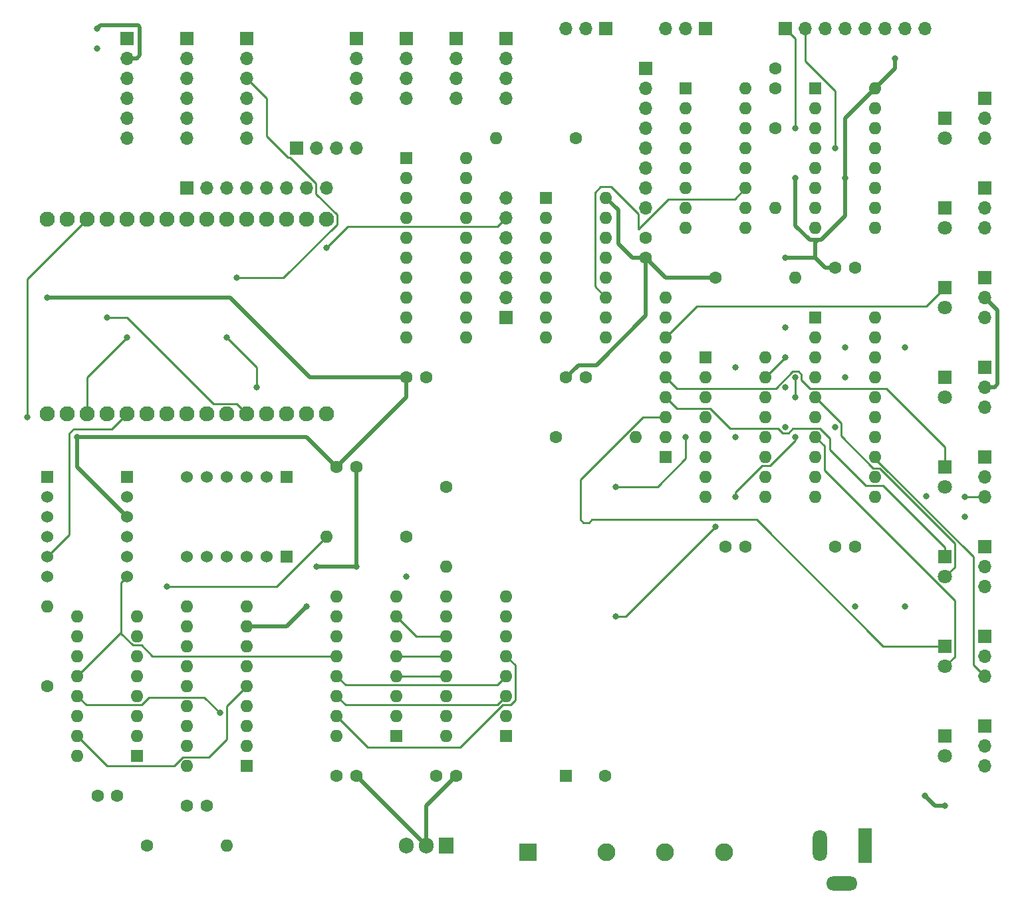
<source format=gbr>
%TF.GenerationSoftware,KiCad,Pcbnew,5.1.12-84ad8e8a86~92~ubuntu20.04.1*%
%TF.CreationDate,2021-11-23T15:55:34+01:00*%
%TF.ProjectId,ESP32wShiftRegisters,45535033-3277-4536-9869-667452656769,rev?*%
%TF.SameCoordinates,Original*%
%TF.FileFunction,Copper,L4,Bot*%
%TF.FilePolarity,Positive*%
%FSLAX46Y46*%
G04 Gerber Fmt 4.6, Leading zero omitted, Abs format (unit mm)*
G04 Created by KiCad (PCBNEW 5.1.12-84ad8e8a86~92~ubuntu20.04.1) date 2021-11-23 15:55:34*
%MOMM*%
%LPD*%
G01*
G04 APERTURE LIST*
%TA.AperFunction,ComponentPad*%
%ADD10R,1.800000X4.400000*%
%TD*%
%TA.AperFunction,ComponentPad*%
%ADD11O,1.800000X4.000000*%
%TD*%
%TA.AperFunction,ComponentPad*%
%ADD12O,4.000000X1.800000*%
%TD*%
%TA.AperFunction,ComponentPad*%
%ADD13O,1.600000X1.600000*%
%TD*%
%TA.AperFunction,ComponentPad*%
%ADD14R,1.600000X1.600000*%
%TD*%
%TA.AperFunction,ComponentPad*%
%ADD15C,1.800000*%
%TD*%
%TA.AperFunction,ComponentPad*%
%ADD16R,1.800000X1.800000*%
%TD*%
%TA.AperFunction,ComponentPad*%
%ADD17O,1.905000X2.000000*%
%TD*%
%TA.AperFunction,ComponentPad*%
%ADD18R,1.905000X2.000000*%
%TD*%
%TA.AperFunction,ComponentPad*%
%ADD19C,1.524000*%
%TD*%
%TA.AperFunction,ComponentPad*%
%ADD20R,1.524000X1.524000*%
%TD*%
%TA.AperFunction,ComponentPad*%
%ADD21C,1.930400*%
%TD*%
%TA.AperFunction,ComponentPad*%
%ADD22C,1.600000*%
%TD*%
%TA.AperFunction,ComponentPad*%
%ADD23O,1.700000X1.700000*%
%TD*%
%TA.AperFunction,ComponentPad*%
%ADD24R,1.700000X1.700000*%
%TD*%
%TA.AperFunction,ComponentPad*%
%ADD25C,2.270000*%
%TD*%
%TA.AperFunction,ComponentPad*%
%ADD26R,2.270000X2.270000*%
%TD*%
%TA.AperFunction,ViaPad*%
%ADD27C,0.800000*%
%TD*%
%TA.AperFunction,Conductor*%
%ADD28C,0.500000*%
%TD*%
%TA.AperFunction,Conductor*%
%ADD29C,0.250000*%
%TD*%
G04 APERTURE END LIST*
D10*
%TO.P,J23,1*%
%TO.N,Net-(D9-Pad3)*%
X120650000Y-121920000D03*
D11*
%TO.P,J23,2*%
%TO.N,Net-(D9-Pad2)*%
X114850000Y-121920000D03*
D12*
%TO.P,J23,3*%
%TO.N,N/C*%
X117650000Y-126720000D03*
%TD*%
D13*
%TO.P,RN1,9*%
%TO.N,Net-(D1-Pad1)*%
X95250000Y-52070000D03*
%TO.P,RN1,8*%
%TO.N,Net-(D2-Pad1)*%
X95250000Y-54610000D03*
%TO.P,RN1,7*%
%TO.N,Net-(D3-Pad1)*%
X95250000Y-57150000D03*
%TO.P,RN1,6*%
%TO.N,Net-(D4-Pad1)*%
X95250000Y-59690000D03*
%TO.P,RN1,5*%
%TO.N,Net-(D5-Pad1)*%
X95250000Y-62230000D03*
%TO.P,RN1,4*%
%TO.N,Net-(D6-Pad1)*%
X95250000Y-64770000D03*
%TO.P,RN1,3*%
%TO.N,Net-(D7-Pad1)*%
X95250000Y-67310000D03*
%TO.P,RN1,2*%
%TO.N,Net-(D8-Pad1)*%
X95250000Y-69850000D03*
D14*
%TO.P,RN1,1*%
%TO.N,GND*%
X95250000Y-72390000D03*
%TD*%
D15*
%TO.P,D8,2*%
%TO.N,OUT_LED8*%
X130810000Y-110490000D03*
D16*
%TO.P,D8,1*%
%TO.N,Net-(D8-Pad1)*%
X130810000Y-107950000D03*
%TD*%
D15*
%TO.P,D7,2*%
%TO.N,OUT_LED7*%
X130810000Y-99060000D03*
D16*
%TO.P,D7,1*%
%TO.N,Net-(D7-Pad1)*%
X130810000Y-96520000D03*
%TD*%
D15*
%TO.P,D6,2*%
%TO.N,OUT_LED6*%
X130810000Y-87630000D03*
D16*
%TO.P,D6,1*%
%TO.N,Net-(D6-Pad1)*%
X130810000Y-85090000D03*
%TD*%
D15*
%TO.P,D5,2*%
%TO.N,OUT_LED5*%
X130810000Y-76200000D03*
D16*
%TO.P,D5,1*%
%TO.N,Net-(D5-Pad1)*%
X130810000Y-73660000D03*
%TD*%
D15*
%TO.P,D4,2*%
%TO.N,OUT_LED4*%
X130810000Y-64770000D03*
D16*
%TO.P,D4,1*%
%TO.N,Net-(D4-Pad1)*%
X130810000Y-62230000D03*
%TD*%
D15*
%TO.P,D3,2*%
%TO.N,OUT_LED3*%
X130810000Y-53340000D03*
D16*
%TO.P,D3,1*%
%TO.N,Net-(D3-Pad1)*%
X130810000Y-50800000D03*
%TD*%
D15*
%TO.P,D2,2*%
%TO.N,OUT_LED2*%
X130810000Y-43180000D03*
D16*
%TO.P,D2,1*%
%TO.N,Net-(D2-Pad1)*%
X130810000Y-40640000D03*
%TD*%
D15*
%TO.P,D1,2*%
%TO.N,OUT_LED1*%
X130810000Y-31750000D03*
D16*
%TO.P,D1,1*%
%TO.N,Net-(D1-Pad1)*%
X130810000Y-29210000D03*
%TD*%
D17*
%TO.P,U14,3*%
%TO.N,5V*%
X62230000Y-121920000D03*
%TO.P,U14,2*%
%TO.N,GND*%
X64770000Y-121920000D03*
D18*
%TO.P,U14,1*%
%TO.N,Net-(D9-Pad1)*%
X67310000Y-121920000D03*
%TD*%
D13*
%TO.P,U13,16*%
%TO.N,5V*%
X67310000Y-107950000D03*
%TO.P,U13,8*%
%TO.N,GND*%
X74930000Y-90170000D03*
%TO.P,U13,15*%
%TO.N,P2S_CE*%
X67310000Y-105410000D03*
%TO.P,U13,7*%
%TO.N,P2S_CASC1*%
X74930000Y-92710000D03*
%TO.P,U13,14*%
%TO.N,Net-(U13-Pad14)*%
X67310000Y-102870000D03*
%TO.P,U13,6*%
%TO.N,Net-(U13-Pad6)*%
X74930000Y-95250000D03*
%TO.P,U13,13*%
%TO.N,Net-(U13-Pad13)*%
X67310000Y-100330000D03*
%TO.P,U13,5*%
%TO.N,Net-(U13-Pad5)*%
X74930000Y-97790000D03*
%TO.P,U13,12*%
%TO.N,Net-(U13-Pad12)*%
X67310000Y-97790000D03*
%TO.P,U13,4*%
%TO.N,Net-(U13-Pad4)*%
X74930000Y-100330000D03*
%TO.P,U13,11*%
%TO.N,Net-(U13-Pad11)*%
X67310000Y-95250000D03*
%TO.P,U13,3*%
%TO.N,Net-(U13-Pad3)*%
X74930000Y-102870000D03*
%TO.P,U13,10*%
%TO.N,P2S_CASC2*%
X67310000Y-92710000D03*
%TO.P,U13,2*%
%TO.N,P2S_SCK*%
X74930000Y-105410000D03*
%TO.P,U13,9*%
%TO.N,N/C*%
X67310000Y-90170000D03*
D14*
%TO.P,U13,1*%
%TO.N,P2S_SHLD*%
X74930000Y-107950000D03*
%TD*%
D13*
%TO.P,U12,18*%
%TO.N,N/C*%
X34290000Y-111760000D03*
%TO.P,U12,9*%
X41910000Y-91440000D03*
%TO.P,U12,17*%
X34290000Y-109220000D03*
%TO.P,U12,8*%
%TO.N,GND*%
X41910000Y-93980000D03*
%TO.P,U12,16*%
%TO.N,5V*%
X34290000Y-106680000D03*
%TO.P,U12,7*%
%TO.N,P2S_CASC2*%
X41910000Y-96520000D03*
%TO.P,U12,15*%
%TO.N,P2S_CE*%
X34290000Y-104140000D03*
%TO.P,U12,6*%
%TO.N,Net-(U10-Pad1)*%
X41910000Y-99060000D03*
%TO.P,U12,14*%
%TO.N,Net-(U10-Pad6)*%
X34290000Y-101600000D03*
%TO.P,U12,5*%
%TO.N,Net-(U10-Pad15)*%
X41910000Y-101600000D03*
%TO.P,U12,13*%
%TO.N,Net-(U10-Pad4)*%
X34290000Y-99060000D03*
%TO.P,U12,4*%
%TO.N,Net-(U10-Pad13)*%
X41910000Y-104140000D03*
%TO.P,U12,12*%
%TO.N,Net-(U10-Pad5)*%
X34290000Y-96520000D03*
%TO.P,U12,3*%
%TO.N,Net-(U10-Pad14)*%
X41910000Y-106680000D03*
%TO.P,U12,11*%
%TO.N,Net-(U10-Pad7)*%
X34290000Y-93980000D03*
%TO.P,U12,2*%
%TO.N,P2S_SCK*%
X41910000Y-109220000D03*
%TO.P,U12,10*%
%TO.N,P2S_CASC3*%
X34290000Y-91440000D03*
D14*
%TO.P,U12,1*%
%TO.N,P2S_SHLD*%
X41910000Y-111760000D03*
%TD*%
D13*
%TO.P,U11,16*%
%TO.N,5V*%
X121920000Y-25400000D03*
%TO.P,U11,8*%
%TO.N,GND*%
X114300000Y-43180000D03*
%TO.P,U11,15*%
%TO.N,P2S_CE*%
X121920000Y-27940000D03*
%TO.P,U11,7*%
%TO.N,P2S_CASC3*%
X114300000Y-40640000D03*
%TO.P,U11,14*%
%TO.N,Net-(J3-Pad5)*%
X121920000Y-30480000D03*
%TO.P,U11,6*%
%TO.N,Net-(J3-Pad1)*%
X114300000Y-38100000D03*
%TO.P,U11,13*%
%TO.N,Net-(J3-Pad6)*%
X121920000Y-33020000D03*
%TO.P,U11,5*%
%TO.N,Net-(J3-Pad2)*%
X114300000Y-35560000D03*
%TO.P,U11,12*%
%TO.N,Net-(J3-Pad7)*%
X121920000Y-35560000D03*
%TO.P,U11,4*%
%TO.N,Net-(J3-Pad3)*%
X114300000Y-33020000D03*
%TO.P,U11,11*%
%TO.N,Net-(J3-Pad8)*%
X121920000Y-38100000D03*
%TO.P,U11,3*%
%TO.N,Net-(J3-Pad4)*%
X114300000Y-30480000D03*
%TO.P,U11,10*%
%TO.N,N/C*%
X121920000Y-40640000D03*
%TO.P,U11,2*%
%TO.N,P2S_SCK*%
X114300000Y-27940000D03*
%TO.P,U11,9*%
%TO.N,N/C*%
X121920000Y-43180000D03*
D14*
%TO.P,U11,1*%
%TO.N,P2S_SHLD*%
X114300000Y-25400000D03*
%TD*%
D13*
%TO.P,U10,16*%
%TO.N,5V*%
X20320000Y-110490000D03*
%TO.P,U10,8*%
%TO.N,GND*%
X27940000Y-92710000D03*
%TO.P,U10,15*%
%TO.N,Net-(U10-Pad15)*%
X20320000Y-107950000D03*
%TO.P,U10,7*%
%TO.N,Net-(U10-Pad7)*%
X27940000Y-95250000D03*
%TO.P,U10,14*%
%TO.N,Net-(U10-Pad14)*%
X20320000Y-105410000D03*
%TO.P,U10,6*%
%TO.N,Net-(U10-Pad6)*%
X27940000Y-97790000D03*
%TO.P,U10,13*%
%TO.N,Net-(U10-Pad13)*%
X20320000Y-102870000D03*
%TO.P,U10,5*%
%TO.N,Net-(U10-Pad5)*%
X27940000Y-100330000D03*
%TO.P,U10,12*%
%TO.N,CNT_RESET*%
X20320000Y-100330000D03*
%TO.P,U10,4*%
%TO.N,Net-(U10-Pad4)*%
X27940000Y-102870000D03*
%TO.P,U10,11*%
%TO.N,Net-(R7-Pad2)*%
X20320000Y-97790000D03*
%TO.P,U10,3*%
%TO.N,N/C*%
X27940000Y-105410000D03*
%TO.P,U10,10*%
X20320000Y-95250000D03*
%TO.P,U10,2*%
X27940000Y-107950000D03*
%TO.P,U10,9*%
%TO.N,Net-(R5-Pad2)*%
X20320000Y-92710000D03*
D14*
%TO.P,U10,1*%
%TO.N,Net-(U10-Pad1)*%
X27940000Y-110490000D03*
%TD*%
D13*
%TO.P,U9,16*%
%TO.N,5V*%
X53340000Y-107950000D03*
%TO.P,U9,8*%
%TO.N,GND*%
X60960000Y-90170000D03*
%TO.P,U9,15*%
%TO.N,Net-(U13-Pad5)*%
X53340000Y-105410000D03*
%TO.P,U9,7*%
%TO.N,Net-(U13-Pad11)*%
X60960000Y-92710000D03*
%TO.P,U9,14*%
%TO.N,Net-(U13-Pad3)*%
X53340000Y-102870000D03*
%TO.P,U9,6*%
%TO.N,Net-(U13-Pad14)*%
X60960000Y-95250000D03*
%TO.P,U9,13*%
%TO.N,Net-(U13-Pad4)*%
X53340000Y-100330000D03*
%TO.P,U9,5*%
%TO.N,Net-(U13-Pad12)*%
X60960000Y-97790000D03*
%TO.P,U9,12*%
%TO.N,CNT_RESET*%
X53340000Y-97790000D03*
%TO.P,U9,4*%
%TO.N,Net-(U13-Pad13)*%
X60960000Y-100330000D03*
%TO.P,U9,11*%
%TO.N,Net-(R8-Pad2)*%
X53340000Y-95250000D03*
%TO.P,U9,3*%
%TO.N,N/C*%
X60960000Y-102870000D03*
%TO.P,U9,10*%
X53340000Y-92710000D03*
%TO.P,U9,2*%
X60960000Y-105410000D03*
%TO.P,U9,9*%
%TO.N,Net-(R6-Pad2)*%
X53340000Y-90170000D03*
D14*
%TO.P,U9,1*%
%TO.N,Net-(U13-Pad6)*%
X60960000Y-107950000D03*
%TD*%
D13*
%TO.P,U8,16*%
%TO.N,5V*%
X107950000Y-59690000D03*
%TO.P,U8,8*%
%TO.N,GND*%
X100330000Y-77470000D03*
%TO.P,U8,15*%
%TO.N,P2S_CE*%
X107950000Y-62230000D03*
%TO.P,U8,7*%
%TO.N,P2S_SDA*%
X100330000Y-74930000D03*
%TO.P,U8,14*%
%TO.N,D3*%
X107950000Y-64770000D03*
%TO.P,U8,6*%
%TO.N,D7*%
X100330000Y-72390000D03*
%TO.P,U8,13*%
%TO.N,D2*%
X107950000Y-67310000D03*
%TO.P,U8,5*%
%TO.N,D6*%
X100330000Y-69850000D03*
%TO.P,U8,12*%
%TO.N,D1*%
X107950000Y-69850000D03*
%TO.P,U8,4*%
%TO.N,D5*%
X100330000Y-67310000D03*
%TO.P,U8,11*%
%TO.N,D0*%
X107950000Y-72390000D03*
%TO.P,U8,3*%
%TO.N,D4*%
X100330000Y-64770000D03*
%TO.P,U8,10*%
%TO.N,P2S_CASC1*%
X107950000Y-74930000D03*
%TO.P,U8,2*%
%TO.N,P2S_SCK*%
X100330000Y-62230000D03*
%TO.P,U8,9*%
%TO.N,N/C*%
X107950000Y-77470000D03*
D14*
%TO.P,U8,1*%
%TO.N,P2S_SHLD*%
X100330000Y-59690000D03*
%TD*%
D19*
%TO.P,U7,HV4*%
%TO.N,CNT_RESET*%
X26670000Y-87630000D03*
%TO.P,U7,HV3*%
%TO.N,S2P_SDA*%
X26670000Y-85090000D03*
%TO.P,U7,GND_1*%
%TO.N,GND*%
X26670000Y-82550000D03*
%TO.P,U7,HV*%
%TO.N,5V*%
X26670000Y-80010000D03*
%TO.P,U7,HV2*%
%TO.N,S2P_SCL*%
X26670000Y-77470000D03*
D20*
%TO.P,U7,HV1*%
%TO.N,S2P_LATCH*%
X26670000Y-74930000D03*
D19*
%TO.P,U7,LV4*%
%TO.N,3VCNT_RESET*%
X16510000Y-87630000D03*
%TO.P,U7,LV3*%
%TO.N,3VS2P_SDA*%
X16510000Y-85090000D03*
%TO.P,U7,GND_2*%
%TO.N,GND*%
X16510000Y-82550000D03*
%TO.P,U7,LV*%
%TO.N,+3V*%
X16510000Y-80010000D03*
%TO.P,U7,LV2*%
%TO.N,3VS2P_SCL*%
X16510000Y-77470000D03*
D20*
%TO.P,U7,LV1*%
%TO.N,3VS2P_LATCH*%
X16510000Y-74930000D03*
%TD*%
D19*
%TO.P,U6,HV4*%
%TO.N,P2S_CE*%
X34290000Y-85090000D03*
%TO.P,U6,HV3*%
%TO.N,P2S_SHLD*%
X36830000Y-85090000D03*
%TO.P,U6,GND_1*%
%TO.N,GND*%
X39370000Y-85090000D03*
%TO.P,U6,HV*%
%TO.N,5V*%
X41910000Y-85090000D03*
%TO.P,U6,HV2*%
%TO.N,P2S_SCK*%
X44450000Y-85090000D03*
D20*
%TO.P,U6,HV1*%
%TO.N,P2S_SDA*%
X46990000Y-85090000D03*
D19*
%TO.P,U6,LV4*%
%TO.N,3VP2S_CE*%
X34290000Y-74930000D03*
%TO.P,U6,LV3*%
%TO.N,3VP2S_SHLD*%
X36830000Y-74930000D03*
%TO.P,U6,GND_2*%
%TO.N,GND*%
X39370000Y-74930000D03*
%TO.P,U6,LV*%
%TO.N,+3V*%
X41910000Y-74930000D03*
%TO.P,U6,LV2*%
%TO.N,3VP2S_SCK*%
X44450000Y-74930000D03*
D20*
%TO.P,U6,LV1*%
%TO.N,3VP2S_SDA*%
X46990000Y-74930000D03*
%TD*%
D21*
%TO.P,U5,16*%
%TO.N,EN*%
X52060000Y-42110000D03*
%TO.P,U5,17*%
%TO.N,VP*%
X49520000Y-42110000D03*
%TO.P,U5,18*%
%TO.N,VN*%
X46980000Y-42110000D03*
%TO.P,U5,19*%
%TO.N,IO34*%
X44440000Y-42110000D03*
%TO.P,U5,20*%
%TO.N,IO35*%
X41900000Y-42110000D03*
%TO.P,U5,21*%
%TO.N,IO32*%
X39360000Y-42110000D03*
%TO.P,U5,22*%
%TO.N,IO33*%
X36820000Y-42110000D03*
%TO.P,U5,23*%
%TO.N,IO25*%
X34280000Y-42110000D03*
%TO.P,U5,24*%
%TO.N,XSHUT3*%
X31740000Y-42110000D03*
%TO.P,U5,25*%
%TO.N,XSHUT2*%
X29200000Y-42110000D03*
%TO.P,U5,26*%
%TO.N,XSHUT1*%
X26660000Y-42110000D03*
%TO.P,U5,27*%
%TO.N,N/C*%
X24120000Y-42110000D03*
%TO.P,U5,28*%
%TO.N,3VCNT_RESET*%
X21580000Y-42110000D03*
%TO.P,U5,29*%
%TO.N,GND*%
X19040000Y-42110000D03*
%TO.P,U5,30*%
%TO.N,5V*%
X16500000Y-42110000D03*
%TO.P,U5,15*%
%TO.N,3VP2S_SDA*%
X52060000Y-66880000D03*
%TO.P,U5,14*%
%TO.N,I2C_SCL*%
X49520000Y-66880000D03*
%TO.P,U5,13*%
%TO.N,N/C*%
X46980000Y-66880000D03*
%TO.P,U5,12*%
%TO.N,3VP2S_SCK*%
X44440000Y-66880000D03*
%TO.P,U5,11*%
%TO.N,I2C_SDA*%
X41900000Y-66880000D03*
%TO.P,U5,10*%
%TO.N,3VP2S_SHLD*%
X39360000Y-66880000D03*
%TO.P,U5,9*%
%TO.N,3VP2S_CE*%
X36820000Y-66880000D03*
%TO.P,U5,8*%
%TO.N,M_PWMB*%
X34280000Y-66880000D03*
%TO.P,U5,7*%
%TO.N,3VS2P_SCL*%
X31740000Y-66880000D03*
%TO.P,U5,6*%
%TO.N,3VS2P_LATCH*%
X29200000Y-66880000D03*
%TO.P,U5,5*%
%TO.N,3VS2P_SDA*%
X26660000Y-66880000D03*
%TO.P,U5,4*%
%TO.N,N/C*%
X24120000Y-66880000D03*
%TO.P,U5,3*%
%TO.N,M_PWMA*%
X21580000Y-66880000D03*
%TO.P,U5,2*%
%TO.N,GND*%
X19040000Y-66880000D03*
%TO.P,U5,1*%
%TO.N,+3V*%
X16500000Y-66880000D03*
%TD*%
D13*
%TO.P,U4,20*%
%TO.N,5V*%
X69850000Y-34290000D03*
%TO.P,U4,10*%
%TO.N,GND*%
X62230000Y-57150000D03*
%TO.P,U4,19*%
%TO.N,Net-(R4-Pad2)*%
X69850000Y-36830000D03*
%TO.P,U4,9*%
%TO.N,Net-(J2-Pad1)*%
X62230000Y-54610000D03*
%TO.P,U4,18*%
%TO.N,IN1*%
X69850000Y-39370000D03*
%TO.P,U4,8*%
%TO.N,595_OUT3*%
X62230000Y-52070000D03*
%TO.P,U4,17*%
%TO.N,595_OUT4*%
X69850000Y-41910000D03*
%TO.P,U4,7*%
%TO.N,Net-(J2-Pad2)*%
X62230000Y-49530000D03*
%TO.P,U4,16*%
%TO.N,IN2*%
X69850000Y-44450000D03*
%TO.P,U4,6*%
%TO.N,595_OUT2*%
X62230000Y-46990000D03*
%TO.P,U4,15*%
%TO.N,595_OUT5*%
X69850000Y-46990000D03*
%TO.P,U4,5*%
%TO.N,Net-(J2-Pad3)*%
X62230000Y-44450000D03*
%TO.P,U4,14*%
%TO.N,IN3*%
X69850000Y-49530000D03*
%TO.P,U4,4*%
%TO.N,595_OUT1*%
X62230000Y-41910000D03*
%TO.P,U4,13*%
%TO.N,595_OUT6*%
X69850000Y-52070000D03*
%TO.P,U4,3*%
%TO.N,Net-(J2-Pad4)*%
X62230000Y-39370000D03*
%TO.P,U4,12*%
%TO.N,IN4*%
X69850000Y-54610000D03*
%TO.P,U4,2*%
%TO.N,595_OUT0*%
X62230000Y-36830000D03*
%TO.P,U4,11*%
%TO.N,595_OUT7*%
X69850000Y-57150000D03*
D14*
%TO.P,U4,1*%
%TO.N,Net-(R4-Pad2)*%
X62230000Y-34290000D03*
%TD*%
D13*
%TO.P,U3,20*%
%TO.N,5V*%
X121920000Y-54610000D03*
%TO.P,U3,10*%
%TO.N,GND*%
X114300000Y-77470000D03*
%TO.P,U3,19*%
%TO.N,Net-(R1-Pad2)*%
X121920000Y-57150000D03*
%TO.P,U3,9*%
%TO.N,OUT_LED8*%
X114300000Y-74930000D03*
%TO.P,U3,18*%
%TO.N,OUT_LED1*%
X121920000Y-59690000D03*
%TO.P,U3,8*%
%TO.N,D3*%
X114300000Y-72390000D03*
%TO.P,U3,17*%
%TO.N,D4*%
X121920000Y-62230000D03*
%TO.P,U3,7*%
%TO.N,OUT_LED7*%
X114300000Y-69850000D03*
%TO.P,U3,16*%
%TO.N,OUT_LED2*%
X121920000Y-64770000D03*
%TO.P,U3,6*%
%TO.N,D2*%
X114300000Y-67310000D03*
%TO.P,U3,15*%
%TO.N,D5*%
X121920000Y-67310000D03*
%TO.P,U3,5*%
%TO.N,OUT_LED6*%
X114300000Y-64770000D03*
%TO.P,U3,14*%
%TO.N,OUT_LED3*%
X121920000Y-69850000D03*
%TO.P,U3,4*%
%TO.N,D1*%
X114300000Y-62230000D03*
%TO.P,U3,13*%
%TO.N,D6*%
X121920000Y-72390000D03*
%TO.P,U3,3*%
%TO.N,OUT_LED5*%
X114300000Y-59690000D03*
%TO.P,U3,12*%
%TO.N,OUT_LED4*%
X121920000Y-74930000D03*
%TO.P,U3,2*%
%TO.N,D0*%
X114300000Y-57150000D03*
%TO.P,U3,11*%
%TO.N,D7*%
X121920000Y-77470000D03*
D14*
%TO.P,U3,1*%
%TO.N,Net-(R1-Pad2)*%
X114300000Y-54610000D03*
%TD*%
D13*
%TO.P,U2,16*%
%TO.N,5V*%
X87630000Y-39370000D03*
%TO.P,U2,8*%
%TO.N,GND*%
X80010000Y-57150000D03*
%TO.P,U2,15*%
%TO.N,595_OUT0*%
X87630000Y-41910000D03*
%TO.P,U2,7*%
%TO.N,595_OUT7*%
X80010000Y-54610000D03*
%TO.P,U2,14*%
%TO.N,S2P_SDA*%
X87630000Y-44450000D03*
%TO.P,U2,6*%
%TO.N,595_OUT6*%
X80010000Y-52070000D03*
%TO.P,U2,13*%
%TO.N,GND*%
X87630000Y-46990000D03*
%TO.P,U2,5*%
%TO.N,595_OUT5*%
X80010000Y-49530000D03*
%TO.P,U2,12*%
%TO.N,S2P_LATCH*%
X87630000Y-49530000D03*
%TO.P,U2,4*%
%TO.N,595_OUT4*%
X80010000Y-46990000D03*
%TO.P,U2,11*%
%TO.N,S2P_SCL*%
X87630000Y-52070000D03*
%TO.P,U2,3*%
%TO.N,595_OUT3*%
X80010000Y-44450000D03*
%TO.P,U2,10*%
%TO.N,Net-(R2-Pad2)*%
X87630000Y-54610000D03*
%TO.P,U2,2*%
%TO.N,595_OUT2*%
X80010000Y-41910000D03*
%TO.P,U2,9*%
%TO.N,Net-(U1-Pad14)*%
X87630000Y-57150000D03*
D14*
%TO.P,U2,1*%
%TO.N,595_OUT1*%
X80010000Y-39370000D03*
%TD*%
D13*
%TO.P,U1,16*%
%TO.N,5V*%
X105410000Y-25400000D03*
%TO.P,U1,8*%
%TO.N,GND*%
X97790000Y-43180000D03*
%TO.P,U1,15*%
%TO.N,Net-(J1-Pad1)*%
X105410000Y-27940000D03*
%TO.P,U1,7*%
%TO.N,Net-(J1-Pad8)*%
X97790000Y-40640000D03*
%TO.P,U1,14*%
%TO.N,Net-(U1-Pad14)*%
X105410000Y-30480000D03*
%TO.P,U1,6*%
%TO.N,Net-(J1-Pad7)*%
X97790000Y-38100000D03*
%TO.P,U1,13*%
%TO.N,GND*%
X105410000Y-33020000D03*
%TO.P,U1,5*%
%TO.N,Net-(J1-Pad6)*%
X97790000Y-35560000D03*
%TO.P,U1,12*%
%TO.N,S2P_LATCH*%
X105410000Y-35560000D03*
%TO.P,U1,4*%
%TO.N,Net-(J1-Pad5)*%
X97790000Y-33020000D03*
%TO.P,U1,11*%
%TO.N,S2P_SCL*%
X105410000Y-38100000D03*
%TO.P,U1,3*%
%TO.N,Net-(J1-Pad4)*%
X97790000Y-30480000D03*
%TO.P,U1,10*%
%TO.N,Net-(R3-Pad2)*%
X105410000Y-40640000D03*
%TO.P,U1,2*%
%TO.N,Net-(J1-Pad3)*%
X97790000Y-27940000D03*
%TO.P,U1,9*%
%TO.N,N/C*%
X105410000Y-43180000D03*
D14*
%TO.P,U1,1*%
%TO.N,Net-(J1-Pad2)*%
X97790000Y-25400000D03*
%TD*%
D13*
%TO.P,R8,2*%
%TO.N,Net-(R8-Pad2)*%
X67310000Y-86360000D03*
D22*
%TO.P,R8,1*%
%TO.N,CNT1_IN*%
X67310000Y-76200000D03*
%TD*%
D13*
%TO.P,R7,2*%
%TO.N,Net-(R7-Pad2)*%
X52070000Y-82550000D03*
D22*
%TO.P,R7,1*%
%TO.N,CNT1_IN*%
X62230000Y-82550000D03*
%TD*%
D13*
%TO.P,R6,2*%
%TO.N,Net-(R6-Pad2)*%
X39370000Y-121920000D03*
D22*
%TO.P,R6,1*%
%TO.N,5V*%
X29210000Y-121920000D03*
%TD*%
D13*
%TO.P,R5,2*%
%TO.N,Net-(R5-Pad2)*%
X16510000Y-91440000D03*
D22*
%TO.P,R5,1*%
%TO.N,5V*%
X16510000Y-101600000D03*
%TD*%
D13*
%TO.P,R4,2*%
%TO.N,Net-(R4-Pad2)*%
X73660000Y-31750000D03*
D22*
%TO.P,R4,1*%
%TO.N,5V*%
X83820000Y-31750000D03*
%TD*%
D13*
%TO.P,R3,2*%
%TO.N,Net-(R3-Pad2)*%
X109220000Y-40640000D03*
D22*
%TO.P,R3,1*%
%TO.N,5V*%
X109220000Y-30480000D03*
%TD*%
D13*
%TO.P,R2,2*%
%TO.N,Net-(R2-Pad2)*%
X91440000Y-69850000D03*
D22*
%TO.P,R2,1*%
%TO.N,5V*%
X81280000Y-69850000D03*
%TD*%
D13*
%TO.P,R1,2*%
%TO.N,Net-(R1-Pad2)*%
X111760000Y-49530000D03*
D22*
%TO.P,R1,1*%
%TO.N,5V*%
X101600000Y-49530000D03*
%TD*%
D23*
%TO.P,J22,3*%
%TO.N,CNT1_IN*%
X82550000Y-17780000D03*
%TO.P,J22,2*%
%TO.N,GND*%
X85090000Y-17780000D03*
D24*
%TO.P,J22,1*%
%TO.N,5V*%
X87630000Y-17780000D03*
%TD*%
D23*
%TO.P,J21,3*%
%TO.N,CNT1_IN*%
X95250000Y-17780000D03*
%TO.P,J21,2*%
%TO.N,GND*%
X97790000Y-17780000D03*
D24*
%TO.P,J21,1*%
%TO.N,5V*%
X100330000Y-17780000D03*
%TD*%
D23*
%TO.P,J20,3*%
%TO.N,D7*%
X135890000Y-111760000D03*
%TO.P,J20,2*%
%TO.N,GND*%
X135890000Y-109220000D03*
D24*
%TO.P,J20,1*%
%TO.N,5V*%
X135890000Y-106680000D03*
%TD*%
D23*
%TO.P,J19,4*%
%TO.N,I2C_SDA*%
X55880000Y-26670000D03*
%TO.P,J19,3*%
%TO.N,I2C_SCL*%
X55880000Y-24130000D03*
%TO.P,J19,2*%
%TO.N,GND*%
X55880000Y-21590000D03*
D24*
%TO.P,J19,1*%
%TO.N,+3V*%
X55880000Y-19050000D03*
%TD*%
D23*
%TO.P,J18,3*%
%TO.N,D6*%
X135890000Y-100330000D03*
%TO.P,J18,2*%
%TO.N,GND*%
X135890000Y-97790000D03*
D24*
%TO.P,J18,1*%
%TO.N,5V*%
X135890000Y-95250000D03*
%TD*%
D23*
%TO.P,J17,8*%
%TO.N,EN*%
X52070000Y-38100000D03*
%TO.P,J17,7*%
%TO.N,VP*%
X49530000Y-38100000D03*
%TO.P,J17,6*%
%TO.N,VN*%
X46990000Y-38100000D03*
%TO.P,J17,5*%
%TO.N,IO34*%
X44450000Y-38100000D03*
%TO.P,J17,4*%
%TO.N,IO35*%
X41910000Y-38100000D03*
%TO.P,J17,3*%
%TO.N,IO32*%
X39370000Y-38100000D03*
%TO.P,J17,2*%
%TO.N,IO33*%
X36830000Y-38100000D03*
D24*
%TO.P,J17,1*%
%TO.N,IO25*%
X34290000Y-38100000D03*
%TD*%
D23*
%TO.P,J16,6*%
%TO.N,XSHUT3*%
X41910000Y-31750000D03*
%TO.P,J16,5*%
%TO.N,N/C*%
X41910000Y-29210000D03*
%TO.P,J16,4*%
%TO.N,I2C_SDA*%
X41910000Y-26670000D03*
%TO.P,J16,3*%
%TO.N,I2C_SCL*%
X41910000Y-24130000D03*
%TO.P,J16,2*%
%TO.N,GND*%
X41910000Y-21590000D03*
D24*
%TO.P,J16,1*%
%TO.N,+3V*%
X41910000Y-19050000D03*
%TD*%
D23*
%TO.P,J15,7*%
%TO.N,GND*%
X74930000Y-39370000D03*
%TO.P,J15,6*%
%TO.N,M_PWMA*%
X74930000Y-41910000D03*
%TO.P,J15,5*%
%TO.N,IN1*%
X74930000Y-44450000D03*
%TO.P,J15,4*%
%TO.N,IN2*%
X74930000Y-46990000D03*
%TO.P,J15,3*%
%TO.N,IN3*%
X74930000Y-49530000D03*
%TO.P,J15,2*%
%TO.N,IN4*%
X74930000Y-52070000D03*
D24*
%TO.P,J15,1*%
%TO.N,M_PWMB*%
X74930000Y-54610000D03*
%TD*%
D23*
%TO.P,J14,4*%
%TO.N,I2C_SDA*%
X62230000Y-26670000D03*
%TO.P,J14,3*%
%TO.N,I2C_SCL*%
X62230000Y-24130000D03*
%TO.P,J14,2*%
%TO.N,GND*%
X62230000Y-21590000D03*
D24*
%TO.P,J14,1*%
%TO.N,+3V*%
X62230000Y-19050000D03*
%TD*%
D23*
%TO.P,J13,3*%
%TO.N,D5*%
X135890000Y-88900000D03*
%TO.P,J13,2*%
%TO.N,GND*%
X135890000Y-86360000D03*
D24*
%TO.P,J13,1*%
%TO.N,5V*%
X135890000Y-83820000D03*
%TD*%
D23*
%TO.P,J12,6*%
%TO.N,XSHUT2*%
X34290000Y-31750000D03*
%TO.P,J12,5*%
%TO.N,N/C*%
X34290000Y-29210000D03*
%TO.P,J12,4*%
%TO.N,I2C_SDA*%
X34290000Y-26670000D03*
%TO.P,J12,3*%
%TO.N,I2C_SCL*%
X34290000Y-24130000D03*
%TO.P,J12,2*%
%TO.N,GND*%
X34290000Y-21590000D03*
D24*
%TO.P,J12,1*%
%TO.N,+3V*%
X34290000Y-19050000D03*
%TD*%
D23*
%TO.P,J11,4*%
%TO.N,I2C_SDA*%
X74930000Y-26670000D03*
%TO.P,J11,3*%
%TO.N,I2C_SCL*%
X74930000Y-24130000D03*
%TO.P,J11,2*%
%TO.N,GND*%
X74930000Y-21590000D03*
D24*
%TO.P,J11,1*%
%TO.N,+3V*%
X74930000Y-19050000D03*
%TD*%
D23*
%TO.P,J10,3*%
%TO.N,D4*%
X135890000Y-77470000D03*
%TO.P,J10,2*%
%TO.N,GND*%
X135890000Y-74930000D03*
D24*
%TO.P,J10,1*%
%TO.N,5V*%
X135890000Y-72390000D03*
%TD*%
D23*
%TO.P,J9,3*%
%TO.N,D3*%
X135890000Y-66040000D03*
%TO.P,J9,2*%
%TO.N,GND*%
X135890000Y-63500000D03*
D24*
%TO.P,J9,1*%
%TO.N,5V*%
X135890000Y-60960000D03*
%TD*%
D23*
%TO.P,J8,6*%
%TO.N,XSHUT1*%
X26670000Y-31750000D03*
%TO.P,J8,5*%
%TO.N,N/C*%
X26670000Y-29210000D03*
%TO.P,J8,4*%
%TO.N,I2C_SDA*%
X26670000Y-26670000D03*
%TO.P,J8,3*%
%TO.N,I2C_SCL*%
X26670000Y-24130000D03*
%TO.P,J8,2*%
%TO.N,GND*%
X26670000Y-21590000D03*
D24*
%TO.P,J8,1*%
%TO.N,+3V*%
X26670000Y-19050000D03*
%TD*%
D23*
%TO.P,J7,4*%
%TO.N,I2C_SDA*%
X68580000Y-26670000D03*
%TO.P,J7,3*%
%TO.N,I2C_SCL*%
X68580000Y-24130000D03*
%TO.P,J7,2*%
%TO.N,GND*%
X68580000Y-21590000D03*
D24*
%TO.P,J7,1*%
%TO.N,+3V*%
X68580000Y-19050000D03*
%TD*%
D23*
%TO.P,J6,3*%
%TO.N,D2*%
X135890000Y-54610000D03*
%TO.P,J6,2*%
%TO.N,GND*%
X135890000Y-52070000D03*
D24*
%TO.P,J6,1*%
%TO.N,5V*%
X135890000Y-49530000D03*
%TD*%
D23*
%TO.P,J5,3*%
%TO.N,D1*%
X135890000Y-43180000D03*
%TO.P,J5,2*%
%TO.N,GND*%
X135890000Y-40640000D03*
D24*
%TO.P,J5,1*%
%TO.N,5V*%
X135890000Y-38100000D03*
%TD*%
D23*
%TO.P,J4,3*%
%TO.N,D0*%
X135890000Y-31750000D03*
%TO.P,J4,2*%
%TO.N,GND*%
X135890000Y-29210000D03*
D24*
%TO.P,J4,1*%
%TO.N,5V*%
X135890000Y-26670000D03*
%TD*%
D23*
%TO.P,J3,8*%
%TO.N,Net-(J3-Pad8)*%
X128270000Y-17780000D03*
%TO.P,J3,7*%
%TO.N,Net-(J3-Pad7)*%
X125730000Y-17780000D03*
%TO.P,J3,6*%
%TO.N,Net-(J3-Pad6)*%
X123190000Y-17780000D03*
%TO.P,J3,5*%
%TO.N,Net-(J3-Pad5)*%
X120650000Y-17780000D03*
%TO.P,J3,4*%
%TO.N,Net-(J3-Pad4)*%
X118110000Y-17780000D03*
%TO.P,J3,3*%
%TO.N,Net-(J3-Pad3)*%
X115570000Y-17780000D03*
%TO.P,J3,2*%
%TO.N,Net-(J3-Pad2)*%
X113030000Y-17780000D03*
D24*
%TO.P,J3,1*%
%TO.N,Net-(J3-Pad1)*%
X110490000Y-17780000D03*
%TD*%
D23*
%TO.P,J2,4*%
%TO.N,Net-(J2-Pad4)*%
X55880000Y-33020000D03*
%TO.P,J2,3*%
%TO.N,Net-(J2-Pad3)*%
X53340000Y-33020000D03*
%TO.P,J2,2*%
%TO.N,Net-(J2-Pad2)*%
X50800000Y-33020000D03*
D24*
%TO.P,J2,1*%
%TO.N,Net-(J2-Pad1)*%
X48260000Y-33020000D03*
%TD*%
D23*
%TO.P,J1,8*%
%TO.N,Net-(J1-Pad8)*%
X92710000Y-40640000D03*
%TO.P,J1,7*%
%TO.N,Net-(J1-Pad7)*%
X92710000Y-38100000D03*
%TO.P,J1,6*%
%TO.N,Net-(J1-Pad6)*%
X92710000Y-35560000D03*
%TO.P,J1,5*%
%TO.N,Net-(J1-Pad5)*%
X92710000Y-33020000D03*
%TO.P,J1,4*%
%TO.N,Net-(J1-Pad4)*%
X92710000Y-30480000D03*
%TO.P,J1,3*%
%TO.N,Net-(J1-Pad3)*%
X92710000Y-27940000D03*
%TO.P,J1,2*%
%TO.N,Net-(J1-Pad2)*%
X92710000Y-25400000D03*
D24*
%TO.P,J1,1*%
%TO.N,Net-(J1-Pad1)*%
X92710000Y-22860000D03*
%TD*%
D25*
%TO.P,D9,4*%
%TO.N,GND*%
X102670000Y-122770000D03*
%TO.P,D9,3*%
%TO.N,Net-(D9-Pad3)*%
X95170000Y-122770000D03*
%TO.P,D9,2*%
%TO.N,Net-(D9-Pad2)*%
X87670000Y-122770000D03*
D26*
%TO.P,D9,1*%
%TO.N,Net-(D9-Pad1)*%
X77670000Y-122770000D03*
%TD*%
D22*
%TO.P,C13,2*%
%TO.N,GND*%
X87550000Y-113030000D03*
D14*
%TO.P,C13,1*%
%TO.N,5V*%
X82550000Y-113030000D03*
%TD*%
D22*
%TO.P,C12,2*%
%TO.N,GND*%
X109220000Y-22860000D03*
%TO.P,C12,1*%
%TO.N,5V*%
X109220000Y-25360000D03*
%TD*%
%TO.P,C11,2*%
%TO.N,GND*%
X55840000Y-113030000D03*
%TO.P,C11,1*%
%TO.N,5V*%
X53340000Y-113030000D03*
%TD*%
%TO.P,C10,2*%
%TO.N,GND*%
X85050000Y-62230000D03*
%TO.P,C10,1*%
%TO.N,5V*%
X82550000Y-62230000D03*
%TD*%
%TO.P,C9,2*%
%TO.N,GND*%
X55840000Y-73660000D03*
%TO.P,C9,1*%
%TO.N,5V*%
X53340000Y-73660000D03*
%TD*%
%TO.P,C8,2*%
%TO.N,GND*%
X92710000Y-44490000D03*
%TO.P,C8,1*%
%TO.N,5V*%
X92710000Y-46990000D03*
%TD*%
%TO.P,C7,2*%
%TO.N,GND*%
X105370000Y-83820000D03*
%TO.P,C7,1*%
%TO.N,5V*%
X102870000Y-83820000D03*
%TD*%
%TO.P,C6,2*%
%TO.N,GND*%
X119340000Y-48260000D03*
%TO.P,C6,1*%
%TO.N,5V*%
X116840000Y-48260000D03*
%TD*%
%TO.P,C5,2*%
%TO.N,GND*%
X68540000Y-113030000D03*
%TO.P,C5,1*%
%TO.N,5V*%
X66040000Y-113030000D03*
%TD*%
%TO.P,C4,2*%
%TO.N,GND*%
X25400000Y-115570000D03*
%TO.P,C4,1*%
%TO.N,5V*%
X22900000Y-115570000D03*
%TD*%
%TO.P,C3,2*%
%TO.N,GND*%
X36790000Y-116840000D03*
%TO.P,C3,1*%
%TO.N,5V*%
X34290000Y-116840000D03*
%TD*%
%TO.P,C2,2*%
%TO.N,GND*%
X119340000Y-83820000D03*
%TO.P,C2,1*%
%TO.N,5V*%
X116840000Y-83820000D03*
%TD*%
%TO.P,C1,2*%
%TO.N,GND*%
X64730000Y-62230000D03*
%TO.P,C1,1*%
%TO.N,5V*%
X62230000Y-62230000D03*
%TD*%
D27*
%TO.N,GND*%
X130810000Y-116840000D03*
X128270000Y-115570000D03*
X22860000Y-20320000D03*
X22860000Y-17780000D03*
X62230000Y-87630000D03*
X55880000Y-86360000D03*
X50800000Y-86360000D03*
X49530000Y-91440000D03*
%TO.N,5V*%
X20320000Y-69850000D03*
X16510000Y-52070000D03*
X119380000Y-91440000D03*
X125730000Y-91440000D03*
X110490000Y-46990000D03*
X124460000Y-21590000D03*
X118110000Y-36830000D03*
X111760000Y-36830000D03*
%TO.N,Net-(J3-Pad2)*%
X116840000Y-33020000D03*
%TO.N,Net-(J3-Pad1)*%
X111760000Y-30480000D03*
%TO.N,D0*%
X104140000Y-60960000D03*
X104140000Y-69850000D03*
%TO.N,D1*%
X110490000Y-55880000D03*
X110490000Y-68580000D03*
X116840000Y-68580000D03*
%TO.N,D2*%
X125730000Y-58420000D03*
X118110000Y-62230000D03*
X118110000Y-58420000D03*
%TO.N,I2C_SDA*%
X24130000Y-54610000D03*
%TO.N,I2C_SCL*%
X43180000Y-63500000D03*
X39370000Y-57150000D03*
X40640000Y-49530000D03*
%TO.N,D3*%
X110490000Y-63500000D03*
%TO.N,D4*%
X133350000Y-77470000D03*
X128368499Y-77371501D03*
X133350000Y-80010000D03*
%TO.N,M_PWMA*%
X26670000Y-57150000D03*
X52070000Y-45720000D03*
%TO.N,Net-(R7-Pad2)*%
X31750000Y-88900000D03*
%TO.N,3VCNT_RESET*%
X13970000Y-67310000D03*
%TO.N,P2S_CE*%
X88900000Y-92710000D03*
X101600000Y-81280000D03*
X104140000Y-77470000D03*
X111760000Y-69850000D03*
X111760000Y-64770000D03*
X111760000Y-62230000D03*
X110490000Y-59690000D03*
%TO.N,P2S_SCK*%
X88900000Y-76200000D03*
X97790000Y-69850000D03*
%TO.N,Net-(U10-Pad13)*%
X38493366Y-105016635D03*
%TD*%
D28*
%TO.N,GND*%
X64730000Y-121920000D02*
X55840000Y-113030000D01*
X64770000Y-121920000D02*
X64730000Y-121920000D01*
X64770000Y-116800000D02*
X68540000Y-113030000D01*
X64770000Y-121920000D02*
X64770000Y-116800000D01*
X137092081Y-63500000D02*
X135890000Y-63500000D01*
X137490001Y-53670001D02*
X137490001Y-63102080D01*
X137490001Y-63102080D02*
X137092081Y-63500000D01*
X135890000Y-52070000D02*
X137490001Y-53670001D01*
X129540000Y-116840000D02*
X128270000Y-115570000D01*
X130810000Y-116840000D02*
X129540000Y-116840000D01*
X27872081Y-21590000D02*
X26670000Y-21590000D01*
X28270001Y-21192080D02*
X27872081Y-21590000D01*
X28270001Y-17599999D02*
X28270001Y-21192080D01*
X28050003Y-17380001D02*
X28270001Y-17599999D01*
X23259999Y-17380001D02*
X28050003Y-17380001D01*
X22860000Y-17780000D02*
X23259999Y-17380001D01*
X55880000Y-73700000D02*
X55840000Y-73660000D01*
X55880000Y-86360000D02*
X55880000Y-73700000D01*
X46990000Y-93980000D02*
X41910000Y-93980000D01*
X49530000Y-91440000D02*
X46990000Y-93980000D01*
X50800000Y-86360000D02*
X55880000Y-86360000D01*
%TO.N,5V*%
X20320000Y-73660000D02*
X20320000Y-69850000D01*
X26670000Y-80010000D02*
X20320000Y-73660000D01*
X49948498Y-62230000D02*
X62230000Y-62230000D01*
X39788498Y-52070000D02*
X49948498Y-62230000D01*
X16510000Y-52070000D02*
X39788498Y-52070000D01*
X62230000Y-64770000D02*
X53340000Y-73660000D01*
X62230000Y-62230000D02*
X62230000Y-64770000D01*
X49530000Y-69850000D02*
X20320000Y-69850000D01*
X53340000Y-73660000D02*
X49530000Y-69850000D01*
X92710000Y-54364002D02*
X92710000Y-46990000D01*
X86394003Y-60679999D02*
X92710000Y-54364002D01*
X84100001Y-60679999D02*
X86394003Y-60679999D01*
X82550000Y-62230000D02*
X84100001Y-60679999D01*
X95250000Y-49530000D02*
X92710000Y-46990000D01*
X101600000Y-49530000D02*
X95250000Y-49530000D01*
X89180001Y-40920001D02*
X87630000Y-39370000D01*
X89180001Y-45194001D02*
X89180001Y-40920001D01*
X90976000Y-46990000D02*
X89180001Y-45194001D01*
X92710000Y-46990000D02*
X90976000Y-46990000D01*
X124460000Y-22860000D02*
X121920000Y-25400000D01*
X124460000Y-21590000D02*
X124460000Y-22860000D01*
X118110000Y-29210000D02*
X118110000Y-36830000D01*
X121920000Y-25400000D02*
X118110000Y-29210000D01*
X113555999Y-44730001D02*
X111760000Y-42934002D01*
X118110000Y-41664002D02*
X115044001Y-44730001D01*
X118110000Y-36830000D02*
X118110000Y-41664002D01*
X111760000Y-42934002D02*
X111760000Y-36830000D01*
X116840000Y-48260000D02*
X115570000Y-48260000D01*
X114300000Y-46990000D02*
X110490000Y-46990000D01*
X115570000Y-48260000D02*
X114300000Y-46990000D01*
X114300000Y-45010002D02*
X114580001Y-44730001D01*
X114300000Y-46990000D02*
X114300000Y-45010002D01*
X114580001Y-44730001D02*
X113555999Y-44730001D01*
X115044001Y-44730001D02*
X114580001Y-44730001D01*
D29*
%TO.N,Net-(D3-Pad1)*%
X128425001Y-53184999D02*
X130810000Y-50800000D01*
X99215001Y-53184999D02*
X128425001Y-53184999D01*
X95250000Y-57150000D02*
X99215001Y-53184999D01*
%TO.N,Net-(D5-Pad1)*%
X96664999Y-63644999D02*
X109271997Y-63644999D01*
X113551999Y-63644999D02*
X123334999Y-63644999D01*
X123334999Y-63644999D02*
X130810000Y-71120000D01*
X109271997Y-63644999D02*
X111411998Y-61504998D01*
X111411998Y-61504998D02*
X112108002Y-61504998D01*
X112485002Y-61881998D02*
X112485002Y-62578002D01*
X112108002Y-61504998D02*
X112485002Y-61881998D01*
X112485002Y-62578002D02*
X113551999Y-63644999D01*
X95250000Y-62230000D02*
X96664999Y-63644999D01*
X130810000Y-71120000D02*
X130810000Y-73660000D01*
%TO.N,OUT_LED6*%
X117565001Y-69700003D02*
X117565001Y-68035001D01*
X132035001Y-86404999D02*
X132035001Y-83383827D01*
X130810000Y-87630000D02*
X132035001Y-86404999D01*
X121669997Y-73804999D02*
X117565001Y-69700003D01*
X122456173Y-73804999D02*
X121669997Y-73804999D01*
X132035001Y-83383827D02*
X122456173Y-73804999D01*
X117565001Y-68035001D02*
X114300000Y-64770000D01*
%TO.N,Net-(D6-Pad1)*%
X130810000Y-85090000D02*
X130810000Y-83940000D01*
X130810000Y-83940000D02*
X122925001Y-76055001D01*
X122925001Y-76055001D02*
X120701999Y-76055001D01*
X116114999Y-71468001D02*
X116114999Y-69999997D01*
X114840001Y-68724999D02*
X111418003Y-68724999D01*
X116114999Y-69999997D02*
X114840001Y-68724999D01*
X111418003Y-68724999D02*
X110838001Y-69305001D01*
X110141999Y-69305001D02*
X109561997Y-68724999D01*
X96664999Y-66184999D02*
X95250000Y-64770000D01*
X100870001Y-66184999D02*
X96664999Y-66184999D01*
X103410001Y-68724999D02*
X100870001Y-66184999D01*
X109561997Y-68724999D02*
X103410001Y-68724999D01*
X120701999Y-76055001D02*
X116114999Y-71468001D01*
X110838001Y-69305001D02*
X110141999Y-69305001D01*
%TO.N,OUT_LED7*%
X115425001Y-74058003D02*
X115425001Y-70975001D01*
X132035001Y-90668003D02*
X115425001Y-74058003D01*
X115425001Y-70975001D02*
X114300000Y-69850000D01*
X132035001Y-97834999D02*
X132035001Y-90668003D01*
X130810000Y-99060000D02*
X132035001Y-97834999D01*
%TO.N,Net-(D7-Pad1)*%
X84364998Y-75260000D02*
X92314998Y-67310000D01*
X92314998Y-67310000D02*
X95250000Y-67310000D01*
X84741998Y-80735002D02*
X84364998Y-80358002D01*
X84364998Y-80358002D02*
X84364998Y-75260000D01*
X85438002Y-80735002D02*
X84741998Y-80735002D01*
X122942998Y-96520000D02*
X106781000Y-80358002D01*
X130810000Y-96520000D02*
X122942998Y-96520000D01*
X85815002Y-80358002D02*
X85438002Y-80735002D01*
X106781000Y-80358002D02*
X85815002Y-80358002D01*
%TO.N,Net-(J3-Pad2)*%
X113030000Y-21944998D02*
X113030000Y-17780000D01*
X116840000Y-25754998D02*
X113030000Y-21944998D01*
X116840000Y-33020000D02*
X116840000Y-25754998D01*
%TO.N,Net-(J3-Pad1)*%
X111760000Y-19050000D02*
X110490000Y-17780000D01*
X111760000Y-30480000D02*
X111760000Y-19050000D01*
%TO.N,I2C_SDA*%
X40609799Y-65589799D02*
X37649799Y-65589799D01*
X41900000Y-66880000D02*
X40609799Y-65589799D01*
X26670000Y-54610000D02*
X24130000Y-54610000D01*
X37649799Y-65589799D02*
X26670000Y-54610000D01*
%TO.N,I2C_SCL*%
X43180000Y-60960000D02*
X39370000Y-57150000D01*
X43180000Y-63500000D02*
X43180000Y-60960000D01*
X47149999Y-34195001D02*
X44450000Y-31495002D01*
X50705001Y-37535999D02*
X47364003Y-34195001D01*
X47364003Y-34195001D02*
X47149999Y-34195001D01*
X50705001Y-38845503D02*
X50705001Y-37535999D01*
X53350201Y-41490703D02*
X50705001Y-38845503D01*
X53350201Y-42729297D02*
X53350201Y-41490703D01*
X46549498Y-49530000D02*
X53350201Y-42729297D01*
X40640000Y-49530000D02*
X46549498Y-49530000D01*
X44450000Y-26670000D02*
X41910000Y-24130000D01*
X44450000Y-31495002D02*
X44450000Y-26670000D01*
%TO.N,D4*%
X135890000Y-77470000D02*
X133350000Y-77470000D01*
%TO.N,M_PWMA*%
X21580000Y-62240000D02*
X26670000Y-57150000D01*
X21580000Y-66880000D02*
X21580000Y-62240000D01*
X73804999Y-43035001D02*
X74930000Y-41910000D01*
X54754999Y-43035001D02*
X73804999Y-43035001D01*
X52070000Y-45720000D02*
X54754999Y-43035001D01*
%TO.N,D6*%
X121920000Y-72632415D02*
X121920000Y-72390000D01*
X134414999Y-85127414D02*
X121920000Y-72632415D01*
X134414999Y-98854999D02*
X134414999Y-85127414D01*
X135890000Y-100330000D02*
X134414999Y-98854999D01*
%TO.N,Net-(R7-Pad2)*%
X45720000Y-88900000D02*
X52070000Y-82550000D01*
X31750000Y-88900000D02*
X45720000Y-88900000D01*
%TO.N,S2P_SCL*%
X105410000Y-38100000D02*
X103995001Y-39514999D01*
X103995001Y-39514999D02*
X95575999Y-39514999D01*
X95575999Y-39514999D02*
X91765999Y-43324999D01*
X91765999Y-41396997D02*
X88314001Y-37944999D01*
X91765999Y-43324999D02*
X91765999Y-41396997D01*
X88314001Y-37944999D02*
X86945999Y-37944999D01*
X86945999Y-37944999D02*
X86204999Y-38685999D01*
X86204999Y-38685999D02*
X86204999Y-50644999D01*
X86204999Y-50644999D02*
X87630000Y-52070000D01*
%TO.N,3VCNT_RESET*%
X13970000Y-49720000D02*
X21580000Y-42110000D01*
X13970000Y-67310000D02*
X13970000Y-49720000D01*
%TO.N,3VS2P_SDA*%
X19294998Y-69357998D02*
X19827998Y-68824998D01*
X19294998Y-82305002D02*
X19294998Y-69357998D01*
X19827998Y-68824998D02*
X24715002Y-68824998D01*
X16510000Y-85090000D02*
X19294998Y-82305002D01*
X24715002Y-68824998D02*
X26660000Y-66880000D01*
%TO.N,P2S_CE*%
X90170000Y-92710000D02*
X101600000Y-81280000D01*
X88900000Y-92710000D02*
X90170000Y-92710000D01*
X111760000Y-70245002D02*
X111760000Y-69850000D01*
X108490001Y-73515001D02*
X111760000Y-70245002D01*
X107529314Y-73515001D02*
X108490001Y-73515001D01*
X104140000Y-76904315D02*
X107529314Y-73515001D01*
X104140000Y-77470000D02*
X104140000Y-76904315D01*
X111760000Y-64770000D02*
X111760000Y-62230000D01*
X110490000Y-59690000D02*
X107950000Y-62230000D01*
%TO.N,P2S_SCK*%
X97790000Y-72575002D02*
X97790000Y-69850000D01*
X94165002Y-76200000D02*
X97790000Y-72575002D01*
X88900000Y-76200000D02*
X94165002Y-76200000D01*
%TO.N,CNT_RESET*%
X25908001Y-88391999D02*
X26670000Y-87630000D01*
X20320000Y-100330000D02*
X25908001Y-94741999D01*
X25908001Y-94883003D02*
X25908001Y-94488001D01*
X27399999Y-96375001D02*
X25908001Y-94883003D01*
X29895000Y-97790000D02*
X28480001Y-96375001D01*
X53340000Y-97790000D02*
X29895000Y-97790000D01*
X25908001Y-94488001D02*
X25908001Y-88391999D01*
X28480001Y-96375001D02*
X27399999Y-96375001D01*
X25908001Y-94741999D02*
X25908001Y-94488001D01*
%TO.N,Net-(U13-Pad5)*%
X53340000Y-105410000D02*
X57305001Y-109375001D01*
X57305001Y-109375001D02*
X69061409Y-109375001D01*
X69061409Y-109375001D02*
X74441409Y-103995001D01*
X74441409Y-103995001D02*
X75470001Y-103995001D01*
X75470001Y-103995001D02*
X76055001Y-103410001D01*
X76055001Y-103410001D02*
X76055001Y-98915001D01*
X76055001Y-98915001D02*
X74930000Y-97790000D01*
%TO.N,Net-(U13-Pad11)*%
X63500000Y-95250000D02*
X60960000Y-92710000D01*
X67310000Y-95250000D02*
X63500000Y-95250000D01*
%TO.N,Net-(U13-Pad3)*%
X73804999Y-103995001D02*
X74930000Y-102870000D01*
X53340000Y-102870000D02*
X54465001Y-103995001D01*
X54465001Y-103995001D02*
X73804999Y-103995001D01*
%TO.N,Net-(U13-Pad4)*%
X73804999Y-101455001D02*
X74930000Y-100330000D01*
X53340000Y-100330000D02*
X54465001Y-101455001D01*
X54465001Y-101455001D02*
X73804999Y-101455001D01*
%TO.N,Net-(U13-Pad12)*%
X60960000Y-97790000D02*
X67310000Y-97790000D01*
%TO.N,Net-(U13-Pad13)*%
X67310000Y-100330000D02*
X60960000Y-100330000D01*
%TO.N,Net-(U10-Pad15)*%
X41910000Y-101600000D02*
X39370000Y-104140000D01*
X33749999Y-110634999D02*
X32624998Y-111760000D01*
X37080003Y-110634999D02*
X33749999Y-110634999D01*
X39370000Y-108345002D02*
X37080003Y-110634999D01*
X39370000Y-104140000D02*
X39370000Y-108345002D01*
X24130000Y-111760000D02*
X20320000Y-107950000D01*
X32624998Y-111760000D02*
X24130000Y-111760000D01*
%TO.N,Net-(U10-Pad13)*%
X29460003Y-103014999D02*
X36491730Y-103014999D01*
X21445001Y-103995001D02*
X28480001Y-103995001D01*
X20320000Y-102870000D02*
X21445001Y-103995001D01*
X36491730Y-103014999D02*
X38493366Y-105016635D01*
X28480001Y-103995001D02*
X29460003Y-103014999D01*
%TD*%
M02*

</source>
